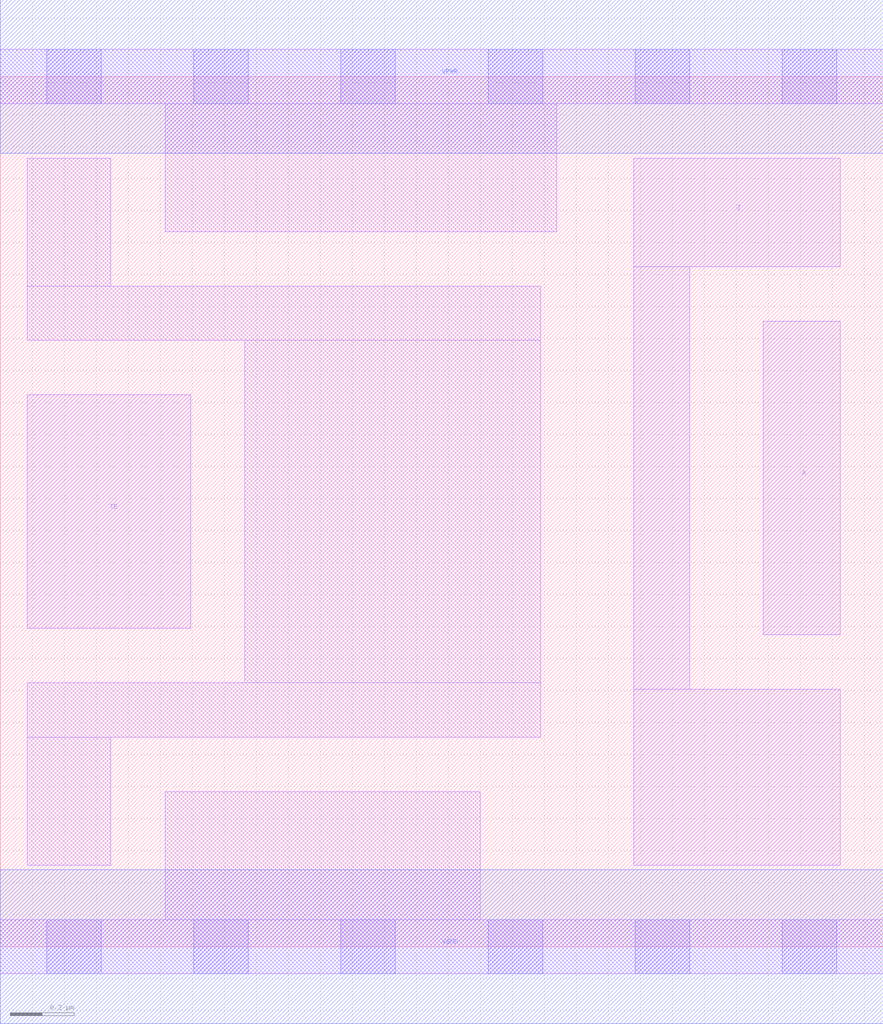
<source format=lef>
# Copyright 2020 The SkyWater PDK Authors
#
# Licensed under the Apache License, Version 2.0 (the "License");
# you may not use this file except in compliance with the License.
# You may obtain a copy of the License at
#
#     https://www.apache.org/licenses/LICENSE-2.0
#
# Unless required by applicable law or agreed to in writing, software
# distributed under the License is distributed on an "AS IS" BASIS,
# WITHOUT WARRANTIES OR CONDITIONS OF ANY KIND, either express or implied.
# See the License for the specific language governing permissions and
# limitations under the License.
#
# SPDX-License-Identifier: Apache-2.0

VERSION 5.7 ;
BUSBITCHARS "[]" ;
DIVIDERCHAR "/" ;
PROPERTYDEFINITIONS
  MACRO maskLayoutSubType STRING ;
  MACRO prCellType STRING ;
  MACRO originalViewName STRING ;
END PROPERTYDEFINITIONS
MACRO sky130_fd_sc_hdll__einvp_1
  ORIGIN  0.000000  0.000000 ;
  CLASS CORE ;
  SYMMETRY X Y R90 ;
  SIZE  2.760000 BY  2.720000 ;
  SITE unithd ;
  PIN A
    ANTENNAGATEAREA  0.277500 ;
    DIRECTION INPUT ;
    USE SIGNAL ;
    PORT
      LAYER li1 ;
        RECT 2.385000 0.975000 2.625000 1.955000 ;
    END
  END A
  PIN TE
    ANTENNAGATEAREA  0.236100 ;
    DIRECTION INPUT ;
    USE SIGNAL ;
    PORT
      LAYER li1 ;
        RECT 0.085000 0.995000 0.595000 1.725000 ;
    END
  END TE
  PIN Z
    ANTENNADIFFAREA  0.488000 ;
    DIRECTION OUTPUT ;
    USE SIGNAL ;
    PORT
      LAYER li1 ;
        RECT 1.980000 0.255000 2.625000 0.805000 ;
        RECT 1.980000 0.805000 2.155000 2.125000 ;
        RECT 1.980000 2.125000 2.625000 2.465000 ;
    END
  END Z
  PIN VGND
    DIRECTION INOUT ;
    USE GROUND ;
    PORT
      LAYER met1 ;
        RECT 0.000000 -0.240000 2.760000 0.240000 ;
    END
  END VGND
  PIN VPWR
    DIRECTION INOUT ;
    USE POWER ;
    PORT
      LAYER met1 ;
        RECT 0.000000 2.480000 2.760000 2.960000 ;
    END
  END VPWR
  OBS
    LAYER li1 ;
      RECT 0.000000 -0.085000 2.760000 0.085000 ;
      RECT 0.000000  2.635000 2.760000 2.805000 ;
      RECT 0.085000  0.255000 0.345000 0.655000 ;
      RECT 0.085000  0.655000 1.690000 0.825000 ;
      RECT 0.085000  1.895000 1.690000 2.065000 ;
      RECT 0.085000  2.065000 0.345000 2.465000 ;
      RECT 0.515000  0.085000 1.500000 0.485000 ;
      RECT 0.515000  2.235000 1.740000 2.635000 ;
      RECT 0.765000  0.825000 1.690000 1.895000 ;
    LAYER mcon ;
      RECT 0.145000 -0.085000 0.315000 0.085000 ;
      RECT 0.145000  2.635000 0.315000 2.805000 ;
      RECT 0.605000 -0.085000 0.775000 0.085000 ;
      RECT 0.605000  2.635000 0.775000 2.805000 ;
      RECT 1.065000 -0.085000 1.235000 0.085000 ;
      RECT 1.065000  2.635000 1.235000 2.805000 ;
      RECT 1.525000 -0.085000 1.695000 0.085000 ;
      RECT 1.525000  2.635000 1.695000 2.805000 ;
      RECT 1.985000 -0.085000 2.155000 0.085000 ;
      RECT 1.985000  2.635000 2.155000 2.805000 ;
      RECT 2.445000 -0.085000 2.615000 0.085000 ;
      RECT 2.445000  2.635000 2.615000 2.805000 ;
  END
  PROPERTY maskLayoutSubType "abstract" ;
  PROPERTY prCellType "standard" ;
  PROPERTY originalViewName "layout" ;
END sky130_fd_sc_hdll__einvp_1
END LIBRARY

</source>
